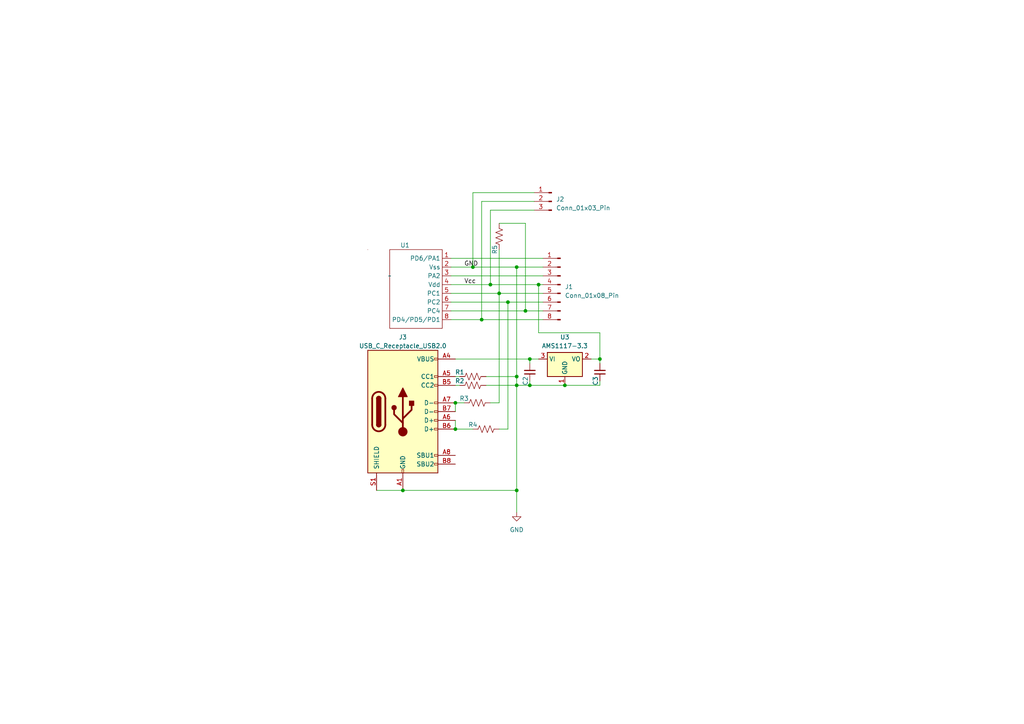
<source format=kicad_sch>
(kicad_sch
	(version 20250114)
	(generator "eeschema")
	(generator_version "9.0")
	(uuid "d897cf79-e29c-466d-a693-8e177c455c31")
	(paper "A4")
	(lib_symbols
		(symbol "Connector:Conn_01x03_Pin"
			(pin_names
				(offset 1.016)
				(hide yes)
			)
			(exclude_from_sim no)
			(in_bom yes)
			(on_board yes)
			(property "Reference" "J"
				(at 0 5.08 0)
				(effects
					(font
						(size 1.27 1.27)
					)
				)
			)
			(property "Value" "Conn_01x03_Pin"
				(at 0 -5.08 0)
				(effects
					(font
						(size 1.27 1.27)
					)
				)
			)
			(property "Footprint" ""
				(at 0 0 0)
				(effects
					(font
						(size 1.27 1.27)
					)
					(hide yes)
				)
			)
			(property "Datasheet" "~"
				(at 0 0 0)
				(effects
					(font
						(size 1.27 1.27)
					)
					(hide yes)
				)
			)
			(property "Description" "Generic connector, single row, 01x03, script generated"
				(at 0 0 0)
				(effects
					(font
						(size 1.27 1.27)
					)
					(hide yes)
				)
			)
			(property "ki_locked" ""
				(at 0 0 0)
				(effects
					(font
						(size 1.27 1.27)
					)
				)
			)
			(property "ki_keywords" "connector"
				(at 0 0 0)
				(effects
					(font
						(size 1.27 1.27)
					)
					(hide yes)
				)
			)
			(property "ki_fp_filters" "Connector*:*_1x??_*"
				(at 0 0 0)
				(effects
					(font
						(size 1.27 1.27)
					)
					(hide yes)
				)
			)
			(symbol "Conn_01x03_Pin_1_1"
				(rectangle
					(start 0.8636 2.667)
					(end 0 2.413)
					(stroke
						(width 0.1524)
						(type default)
					)
					(fill
						(type outline)
					)
				)
				(rectangle
					(start 0.8636 0.127)
					(end 0 -0.127)
					(stroke
						(width 0.1524)
						(type default)
					)
					(fill
						(type outline)
					)
				)
				(rectangle
					(start 0.8636 -2.413)
					(end 0 -2.667)
					(stroke
						(width 0.1524)
						(type default)
					)
					(fill
						(type outline)
					)
				)
				(polyline
					(pts
						(xy 1.27 2.54) (xy 0.8636 2.54)
					)
					(stroke
						(width 0.1524)
						(type default)
					)
					(fill
						(type none)
					)
				)
				(polyline
					(pts
						(xy 1.27 0) (xy 0.8636 0)
					)
					(stroke
						(width 0.1524)
						(type default)
					)
					(fill
						(type none)
					)
				)
				(polyline
					(pts
						(xy 1.27 -2.54) (xy 0.8636 -2.54)
					)
					(stroke
						(width 0.1524)
						(type default)
					)
					(fill
						(type none)
					)
				)
				(pin passive line
					(at 5.08 2.54 180)
					(length 3.81)
					(name "Pin_1"
						(effects
							(font
								(size 1.27 1.27)
							)
						)
					)
					(number "1"
						(effects
							(font
								(size 1.27 1.27)
							)
						)
					)
				)
				(pin passive line
					(at 5.08 0 180)
					(length 3.81)
					(name "Pin_2"
						(effects
							(font
								(size 1.27 1.27)
							)
						)
					)
					(number "2"
						(effects
							(font
								(size 1.27 1.27)
							)
						)
					)
				)
				(pin passive line
					(at 5.08 -2.54 180)
					(length 3.81)
					(name "Pin_3"
						(effects
							(font
								(size 1.27 1.27)
							)
						)
					)
					(number "3"
						(effects
							(font
								(size 1.27 1.27)
							)
						)
					)
				)
			)
			(embedded_fonts no)
		)
		(symbol "Connector:Conn_01x08_Pin"
			(pin_names
				(offset 1.016)
				(hide yes)
			)
			(exclude_from_sim no)
			(in_bom yes)
			(on_board yes)
			(property "Reference" "J"
				(at 0 10.16 0)
				(effects
					(font
						(size 1.27 1.27)
					)
				)
			)
			(property "Value" "Conn_01x08_Pin"
				(at 0 -12.7 0)
				(effects
					(font
						(size 1.27 1.27)
					)
				)
			)
			(property "Footprint" ""
				(at 0 0 0)
				(effects
					(font
						(size 1.27 1.27)
					)
					(hide yes)
				)
			)
			(property "Datasheet" "~"
				(at 0 0 0)
				(effects
					(font
						(size 1.27 1.27)
					)
					(hide yes)
				)
			)
			(property "Description" "Generic connector, single row, 01x08, script generated"
				(at 0 0 0)
				(effects
					(font
						(size 1.27 1.27)
					)
					(hide yes)
				)
			)
			(property "ki_locked" ""
				(at 0 0 0)
				(effects
					(font
						(size 1.27 1.27)
					)
				)
			)
			(property "ki_keywords" "connector"
				(at 0 0 0)
				(effects
					(font
						(size 1.27 1.27)
					)
					(hide yes)
				)
			)
			(property "ki_fp_filters" "Connector*:*_1x??_*"
				(at 0 0 0)
				(effects
					(font
						(size 1.27 1.27)
					)
					(hide yes)
				)
			)
			(symbol "Conn_01x08_Pin_1_1"
				(rectangle
					(start 0.8636 7.747)
					(end 0 7.493)
					(stroke
						(width 0.1524)
						(type default)
					)
					(fill
						(type outline)
					)
				)
				(rectangle
					(start 0.8636 5.207)
					(end 0 4.953)
					(stroke
						(width 0.1524)
						(type default)
					)
					(fill
						(type outline)
					)
				)
				(rectangle
					(start 0.8636 2.667)
					(end 0 2.413)
					(stroke
						(width 0.1524)
						(type default)
					)
					(fill
						(type outline)
					)
				)
				(rectangle
					(start 0.8636 0.127)
					(end 0 -0.127)
					(stroke
						(width 0.1524)
						(type default)
					)
					(fill
						(type outline)
					)
				)
				(rectangle
					(start 0.8636 -2.413)
					(end 0 -2.667)
					(stroke
						(width 0.1524)
						(type default)
					)
					(fill
						(type outline)
					)
				)
				(rectangle
					(start 0.8636 -4.953)
					(end 0 -5.207)
					(stroke
						(width 0.1524)
						(type default)
					)
					(fill
						(type outline)
					)
				)
				(rectangle
					(start 0.8636 -7.493)
					(end 0 -7.747)
					(stroke
						(width 0.1524)
						(type default)
					)
					(fill
						(type outline)
					)
				)
				(rectangle
					(start 0.8636 -10.033)
					(end 0 -10.287)
					(stroke
						(width 0.1524)
						(type default)
					)
					(fill
						(type outline)
					)
				)
				(polyline
					(pts
						(xy 1.27 7.62) (xy 0.8636 7.62)
					)
					(stroke
						(width 0.1524)
						(type default)
					)
					(fill
						(type none)
					)
				)
				(polyline
					(pts
						(xy 1.27 5.08) (xy 0.8636 5.08)
					)
					(stroke
						(width 0.1524)
						(type default)
					)
					(fill
						(type none)
					)
				)
				(polyline
					(pts
						(xy 1.27 2.54) (xy 0.8636 2.54)
					)
					(stroke
						(width 0.1524)
						(type default)
					)
					(fill
						(type none)
					)
				)
				(polyline
					(pts
						(xy 1.27 0) (xy 0.8636 0)
					)
					(stroke
						(width 0.1524)
						(type default)
					)
					(fill
						(type none)
					)
				)
				(polyline
					(pts
						(xy 1.27 -2.54) (xy 0.8636 -2.54)
					)
					(stroke
						(width 0.1524)
						(type default)
					)
					(fill
						(type none)
					)
				)
				(polyline
					(pts
						(xy 1.27 -5.08) (xy 0.8636 -5.08)
					)
					(stroke
						(width 0.1524)
						(type default)
					)
					(fill
						(type none)
					)
				)
				(polyline
					(pts
						(xy 1.27 -7.62) (xy 0.8636 -7.62)
					)
					(stroke
						(width 0.1524)
						(type default)
					)
					(fill
						(type none)
					)
				)
				(polyline
					(pts
						(xy 1.27 -10.16) (xy 0.8636 -10.16)
					)
					(stroke
						(width 0.1524)
						(type default)
					)
					(fill
						(type none)
					)
				)
				(pin passive line
					(at 5.08 7.62 180)
					(length 3.81)
					(name "Pin_1"
						(effects
							(font
								(size 1.27 1.27)
							)
						)
					)
					(number "1"
						(effects
							(font
								(size 1.27 1.27)
							)
						)
					)
				)
				(pin passive line
					(at 5.08 5.08 180)
					(length 3.81)
					(name "Pin_2"
						(effects
							(font
								(size 1.27 1.27)
							)
						)
					)
					(number "2"
						(effects
							(font
								(size 1.27 1.27)
							)
						)
					)
				)
				(pin passive line
					(at 5.08 2.54 180)
					(length 3.81)
					(name "Pin_3"
						(effects
							(font
								(size 1.27 1.27)
							)
						)
					)
					(number "3"
						(effects
							(font
								(size 1.27 1.27)
							)
						)
					)
				)
				(pin passive line
					(at 5.08 0 180)
					(length 3.81)
					(name "Pin_4"
						(effects
							(font
								(size 1.27 1.27)
							)
						)
					)
					(number "4"
						(effects
							(font
								(size 1.27 1.27)
							)
						)
					)
				)
				(pin passive line
					(at 5.08 -2.54 180)
					(length 3.81)
					(name "Pin_5"
						(effects
							(font
								(size 1.27 1.27)
							)
						)
					)
					(number "5"
						(effects
							(font
								(size 1.27 1.27)
							)
						)
					)
				)
				(pin passive line
					(at 5.08 -5.08 180)
					(length 3.81)
					(name "Pin_6"
						(effects
							(font
								(size 1.27 1.27)
							)
						)
					)
					(number "6"
						(effects
							(font
								(size 1.27 1.27)
							)
						)
					)
				)
				(pin passive line
					(at 5.08 -7.62 180)
					(length 3.81)
					(name "Pin_7"
						(effects
							(font
								(size 1.27 1.27)
							)
						)
					)
					(number "7"
						(effects
							(font
								(size 1.27 1.27)
							)
						)
					)
				)
				(pin passive line
					(at 5.08 -10.16 180)
					(length 3.81)
					(name "Pin_8"
						(effects
							(font
								(size 1.27 1.27)
							)
						)
					)
					(number "8"
						(effects
							(font
								(size 1.27 1.27)
							)
						)
					)
				)
			)
			(embedded_fonts no)
		)
		(symbol "Connector:USB_C_Receptacle_USB2.0"
			(pin_names
				(offset 1.016)
			)
			(exclude_from_sim no)
			(in_bom yes)
			(on_board yes)
			(property "Reference" "J"
				(at -10.16 19.05 0)
				(effects
					(font
						(size 1.27 1.27)
					)
					(justify left)
				)
			)
			(property "Value" "USB_C_Receptacle_USB2.0"
				(at 19.05 19.05 0)
				(effects
					(font
						(size 1.27 1.27)
					)
					(justify right)
				)
			)
			(property "Footprint" ""
				(at 3.81 0 0)
				(effects
					(font
						(size 1.27 1.27)
					)
					(hide yes)
				)
			)
			(property "Datasheet" "https://www.usb.org/sites/default/files/documents/usb_type-c.zip"
				(at 3.81 0 0)
				(effects
					(font
						(size 1.27 1.27)
					)
					(hide yes)
				)
			)
			(property "Description" "USB 2.0-only Type-C Receptacle connector"
				(at 0 0 0)
				(effects
					(font
						(size 1.27 1.27)
					)
					(hide yes)
				)
			)
			(property "ki_keywords" "usb universal serial bus type-C USB2.0"
				(at 0 0 0)
				(effects
					(font
						(size 1.27 1.27)
					)
					(hide yes)
				)
			)
			(property "ki_fp_filters" "USB*C*Receptacle*"
				(at 0 0 0)
				(effects
					(font
						(size 1.27 1.27)
					)
					(hide yes)
				)
			)
			(symbol "USB_C_Receptacle_USB2.0_0_0"
				(rectangle
					(start -0.254 -17.78)
					(end 0.254 -16.764)
					(stroke
						(width 0)
						(type default)
					)
					(fill
						(type none)
					)
				)
				(rectangle
					(start 10.16 15.494)
					(end 9.144 14.986)
					(stroke
						(width 0)
						(type default)
					)
					(fill
						(type none)
					)
				)
				(rectangle
					(start 10.16 10.414)
					(end 9.144 9.906)
					(stroke
						(width 0)
						(type default)
					)
					(fill
						(type none)
					)
				)
				(rectangle
					(start 10.16 7.874)
					(end 9.144 7.366)
					(stroke
						(width 0)
						(type default)
					)
					(fill
						(type none)
					)
				)
				(rectangle
					(start 10.16 2.794)
					(end 9.144 2.286)
					(stroke
						(width 0)
						(type default)
					)
					(fill
						(type none)
					)
				)
				(rectangle
					(start 10.16 0.254)
					(end 9.144 -0.254)
					(stroke
						(width 0)
						(type default)
					)
					(fill
						(type none)
					)
				)
				(rectangle
					(start 10.16 -2.286)
					(end 9.144 -2.794)
					(stroke
						(width 0)
						(type default)
					)
					(fill
						(type none)
					)
				)
				(rectangle
					(start 10.16 -4.826)
					(end 9.144 -5.334)
					(stroke
						(width 0)
						(type default)
					)
					(fill
						(type none)
					)
				)
				(rectangle
					(start 10.16 -12.446)
					(end 9.144 -12.954)
					(stroke
						(width 0)
						(type default)
					)
					(fill
						(type none)
					)
				)
				(rectangle
					(start 10.16 -14.986)
					(end 9.144 -15.494)
					(stroke
						(width 0)
						(type default)
					)
					(fill
						(type none)
					)
				)
			)
			(symbol "USB_C_Receptacle_USB2.0_0_1"
				(rectangle
					(start -10.16 17.78)
					(end 10.16 -17.78)
					(stroke
						(width 0.254)
						(type default)
					)
					(fill
						(type background)
					)
				)
				(polyline
					(pts
						(xy -8.89 -3.81) (xy -8.89 3.81)
					)
					(stroke
						(width 0.508)
						(type default)
					)
					(fill
						(type none)
					)
				)
				(rectangle
					(start -7.62 -3.81)
					(end -6.35 3.81)
					(stroke
						(width 0.254)
						(type default)
					)
					(fill
						(type outline)
					)
				)
				(arc
					(start -7.62 3.81)
					(mid -6.985 4.4423)
					(end -6.35 3.81)
					(stroke
						(width 0.254)
						(type default)
					)
					(fill
						(type none)
					)
				)
				(arc
					(start -7.62 3.81)
					(mid -6.985 4.4423)
					(end -6.35 3.81)
					(stroke
						(width 0.254)
						(type default)
					)
					(fill
						(type outline)
					)
				)
				(arc
					(start -8.89 3.81)
					(mid -6.985 5.7067)
					(end -5.08 3.81)
					(stroke
						(width 0.508)
						(type default)
					)
					(fill
						(type none)
					)
				)
				(arc
					(start -5.08 -3.81)
					(mid -6.985 -5.7067)
					(end -8.89 -3.81)
					(stroke
						(width 0.508)
						(type default)
					)
					(fill
						(type none)
					)
				)
				(arc
					(start -6.35 -3.81)
					(mid -6.985 -4.4423)
					(end -7.62 -3.81)
					(stroke
						(width 0.254)
						(type default)
					)
					(fill
						(type none)
					)
				)
				(arc
					(start -6.35 -3.81)
					(mid -6.985 -4.4423)
					(end -7.62 -3.81)
					(stroke
						(width 0.254)
						(type default)
					)
					(fill
						(type outline)
					)
				)
				(polyline
					(pts
						(xy -5.08 3.81) (xy -5.08 -3.81)
					)
					(stroke
						(width 0.508)
						(type default)
					)
					(fill
						(type none)
					)
				)
				(circle
					(center -2.54 1.143)
					(radius 0.635)
					(stroke
						(width 0.254)
						(type default)
					)
					(fill
						(type outline)
					)
				)
				(polyline
					(pts
						(xy -1.27 4.318) (xy 0 6.858) (xy 1.27 4.318) (xy -1.27 4.318)
					)
					(stroke
						(width 0.254)
						(type default)
					)
					(fill
						(type outline)
					)
				)
				(polyline
					(pts
						(xy 0 -2.032) (xy 2.54 0.508) (xy 2.54 1.778)
					)
					(stroke
						(width 0.508)
						(type default)
					)
					(fill
						(type none)
					)
				)
				(polyline
					(pts
						(xy 0 -3.302) (xy -2.54 -0.762) (xy -2.54 0.508)
					)
					(stroke
						(width 0.508)
						(type default)
					)
					(fill
						(type none)
					)
				)
				(polyline
					(pts
						(xy 0 -5.842) (xy 0 4.318)
					)
					(stroke
						(width 0.508)
						(type default)
					)
					(fill
						(type none)
					)
				)
				(circle
					(center 0 -5.842)
					(radius 1.27)
					(stroke
						(width 0)
						(type default)
					)
					(fill
						(type outline)
					)
				)
				(rectangle
					(start 1.905 1.778)
					(end 3.175 3.048)
					(stroke
						(width 0.254)
						(type default)
					)
					(fill
						(type outline)
					)
				)
			)
			(symbol "USB_C_Receptacle_USB2.0_1_1"
				(pin passive line
					(at -7.62 -22.86 90)
					(length 5.08)
					(name "SHIELD"
						(effects
							(font
								(size 1.27 1.27)
							)
						)
					)
					(number "S1"
						(effects
							(font
								(size 1.27 1.27)
							)
						)
					)
				)
				(pin passive line
					(at 0 -22.86 90)
					(length 5.08)
					(name "GND"
						(effects
							(font
								(size 1.27 1.27)
							)
						)
					)
					(number "A1"
						(effects
							(font
								(size 1.27 1.27)
							)
						)
					)
				)
				(pin passive line
					(at 0 -22.86 90)
					(length 5.08)
					(hide yes)
					(name "GND"
						(effects
							(font
								(size 1.27 1.27)
							)
						)
					)
					(number "A12"
						(effects
							(font
								(size 1.27 1.27)
							)
						)
					)
				)
				(pin passive line
					(at 0 -22.86 90)
					(length 5.08)
					(hide yes)
					(name "GND"
						(effects
							(font
								(size 1.27 1.27)
							)
						)
					)
					(number "B1"
						(effects
							(font
								(size 1.27 1.27)
							)
						)
					)
				)
				(pin passive line
					(at 0 -22.86 90)
					(length 5.08)
					(hide yes)
					(name "GND"
						(effects
							(font
								(size 1.27 1.27)
							)
						)
					)
					(number "B12"
						(effects
							(font
								(size 1.27 1.27)
							)
						)
					)
				)
				(pin passive line
					(at 15.24 15.24 180)
					(length 5.08)
					(name "VBUS"
						(effects
							(font
								(size 1.27 1.27)
							)
						)
					)
					(number "A4"
						(effects
							(font
								(size 1.27 1.27)
							)
						)
					)
				)
				(pin passive line
					(at 15.24 15.24 180)
					(length 5.08)
					(hide yes)
					(name "VBUS"
						(effects
							(font
								(size 1.27 1.27)
							)
						)
					)
					(number "A9"
						(effects
							(font
								(size 1.27 1.27)
							)
						)
					)
				)
				(pin passive line
					(at 15.24 15.24 180)
					(length 5.08)
					(hide yes)
					(name "VBUS"
						(effects
							(font
								(size 1.27 1.27)
							)
						)
					)
					(number "B4"
						(effects
							(font
								(size 1.27 1.27)
							)
						)
					)
				)
				(pin passive line
					(at 15.24 15.24 180)
					(length 5.08)
					(hide yes)
					(name "VBUS"
						(effects
							(font
								(size 1.27 1.27)
							)
						)
					)
					(number "B9"
						(effects
							(font
								(size 1.27 1.27)
							)
						)
					)
				)
				(pin bidirectional line
					(at 15.24 10.16 180)
					(length 5.08)
					(name "CC1"
						(effects
							(font
								(size 1.27 1.27)
							)
						)
					)
					(number "A5"
						(effects
							(font
								(size 1.27 1.27)
							)
						)
					)
				)
				(pin bidirectional line
					(at 15.24 7.62 180)
					(length 5.08)
					(name "CC2"
						(effects
							(font
								(size 1.27 1.27)
							)
						)
					)
					(number "B5"
						(effects
							(font
								(size 1.27 1.27)
							)
						)
					)
				)
				(pin bidirectional line
					(at 15.24 2.54 180)
					(length 5.08)
					(name "D-"
						(effects
							(font
								(size 1.27 1.27)
							)
						)
					)
					(number "A7"
						(effects
							(font
								(size 1.27 1.27)
							)
						)
					)
				)
				(pin bidirectional line
					(at 15.24 0 180)
					(length 5.08)
					(name "D-"
						(effects
							(font
								(size 1.27 1.27)
							)
						)
					)
					(number "B7"
						(effects
							(font
								(size 1.27 1.27)
							)
						)
					)
				)
				(pin bidirectional line
					(at 15.24 -2.54 180)
					(length 5.08)
					(name "D+"
						(effects
							(font
								(size 1.27 1.27)
							)
						)
					)
					(number "A6"
						(effects
							(font
								(size 1.27 1.27)
							)
						)
					)
				)
				(pin bidirectional line
					(at 15.24 -5.08 180)
					(length 5.08)
					(name "D+"
						(effects
							(font
								(size 1.27 1.27)
							)
						)
					)
					(number "B6"
						(effects
							(font
								(size 1.27 1.27)
							)
						)
					)
				)
				(pin bidirectional line
					(at 15.24 -12.7 180)
					(length 5.08)
					(name "SBU1"
						(effects
							(font
								(size 1.27 1.27)
							)
						)
					)
					(number "A8"
						(effects
							(font
								(size 1.27 1.27)
							)
						)
					)
				)
				(pin bidirectional line
					(at 15.24 -15.24 180)
					(length 5.08)
					(name "SBU2"
						(effects
							(font
								(size 1.27 1.27)
							)
						)
					)
					(number "B8"
						(effects
							(font
								(size 1.27 1.27)
							)
						)
					)
				)
			)
			(embedded_fonts no)
		)
		(symbol "Device:C_Small"
			(pin_numbers
				(hide yes)
			)
			(pin_names
				(offset 0.254)
				(hide yes)
			)
			(exclude_from_sim no)
			(in_bom yes)
			(on_board yes)
			(property "Reference" "C"
				(at 0.254 1.778 0)
				(effects
					(font
						(size 1.27 1.27)
					)
					(justify left)
				)
			)
			(property "Value" "C_Small"
				(at 0.254 -2.032 0)
				(effects
					(font
						(size 1.27 1.27)
					)
					(justify left)
				)
			)
			(property "Footprint" ""
				(at 0 0 0)
				(effects
					(font
						(size 1.27 1.27)
					)
					(hide yes)
				)
			)
			(property "Datasheet" "~"
				(at 0 0 0)
				(effects
					(font
						(size 1.27 1.27)
					)
					(hide yes)
				)
			)
			(property "Description" "Unpolarized capacitor, small symbol"
				(at 0 0 0)
				(effects
					(font
						(size 1.27 1.27)
					)
					(hide yes)
				)
			)
			(property "ki_keywords" "capacitor cap"
				(at 0 0 0)
				(effects
					(font
						(size 1.27 1.27)
					)
					(hide yes)
				)
			)
			(property "ki_fp_filters" "C_*"
				(at 0 0 0)
				(effects
					(font
						(size 1.27 1.27)
					)
					(hide yes)
				)
			)
			(symbol "C_Small_0_1"
				(polyline
					(pts
						(xy -1.524 0.508) (xy 1.524 0.508)
					)
					(stroke
						(width 0.3048)
						(type default)
					)
					(fill
						(type none)
					)
				)
				(polyline
					(pts
						(xy -1.524 -0.508) (xy 1.524 -0.508)
					)
					(stroke
						(width 0.3302)
						(type default)
					)
					(fill
						(type none)
					)
				)
			)
			(symbol "C_Small_1_1"
				(pin passive line
					(at 0 2.54 270)
					(length 2.032)
					(name "~"
						(effects
							(font
								(size 1.27 1.27)
							)
						)
					)
					(number "1"
						(effects
							(font
								(size 1.27 1.27)
							)
						)
					)
				)
				(pin passive line
					(at 0 -2.54 90)
					(length 2.032)
					(name "~"
						(effects
							(font
								(size 1.27 1.27)
							)
						)
					)
					(number "2"
						(effects
							(font
								(size 1.27 1.27)
							)
						)
					)
				)
			)
			(embedded_fonts no)
		)
		(symbol "Device:R_US"
			(pin_numbers
				(hide yes)
			)
			(pin_names
				(offset 0)
			)
			(exclude_from_sim no)
			(in_bom yes)
			(on_board yes)
			(property "Reference" "R"
				(at 2.54 0 90)
				(effects
					(font
						(size 1.27 1.27)
					)
				)
			)
			(property "Value" "R_US"
				(at -2.54 0 90)
				(effects
					(font
						(size 1.27 1.27)
					)
				)
			)
			(property "Footprint" ""
				(at 1.016 -0.254 90)
				(effects
					(font
						(size 1.27 1.27)
					)
					(hide yes)
				)
			)
			(property "Datasheet" "~"
				(at 0 0 0)
				(effects
					(font
						(size 1.27 1.27)
					)
					(hide yes)
				)
			)
			(property "Description" "Resistor, US symbol"
				(at 0 0 0)
				(effects
					(font
						(size 1.27 1.27)
					)
					(hide yes)
				)
			)
			(property "ki_keywords" "R res resistor"
				(at 0 0 0)
				(effects
					(font
						(size 1.27 1.27)
					)
					(hide yes)
				)
			)
			(property "ki_fp_filters" "R_*"
				(at 0 0 0)
				(effects
					(font
						(size 1.27 1.27)
					)
					(hide yes)
				)
			)
			(symbol "R_US_0_1"
				(polyline
					(pts
						(xy 0 2.286) (xy 0 2.54)
					)
					(stroke
						(width 0)
						(type default)
					)
					(fill
						(type none)
					)
				)
				(polyline
					(pts
						(xy 0 2.286) (xy 1.016 1.905) (xy 0 1.524) (xy -1.016 1.143) (xy 0 0.762)
					)
					(stroke
						(width 0)
						(type default)
					)
					(fill
						(type none)
					)
				)
				(polyline
					(pts
						(xy 0 0.762) (xy 1.016 0.381) (xy 0 0) (xy -1.016 -0.381) (xy 0 -0.762)
					)
					(stroke
						(width 0)
						(type default)
					)
					(fill
						(type none)
					)
				)
				(polyline
					(pts
						(xy 0 -0.762) (xy 1.016 -1.143) (xy 0 -1.524) (xy -1.016 -1.905) (xy 0 -2.286)
					)
					(stroke
						(width 0)
						(type default)
					)
					(fill
						(type none)
					)
				)
				(polyline
					(pts
						(xy 0 -2.286) (xy 0 -2.54)
					)
					(stroke
						(width 0)
						(type default)
					)
					(fill
						(type none)
					)
				)
			)
			(symbol "R_US_1_1"
				(pin passive line
					(at 0 3.81 270)
					(length 1.27)
					(name "~"
						(effects
							(font
								(size 1.27 1.27)
							)
						)
					)
					(number "1"
						(effects
							(font
								(size 1.27 1.27)
							)
						)
					)
				)
				(pin passive line
					(at 0 -3.81 90)
					(length 1.27)
					(name "~"
						(effects
							(font
								(size 1.27 1.27)
							)
						)
					)
					(number "2"
						(effects
							(font
								(size 1.27 1.27)
							)
						)
					)
				)
			)
			(embedded_fonts no)
		)
		(symbol "Regulator_Linear:AMS1117-3.3"
			(exclude_from_sim no)
			(in_bom yes)
			(on_board yes)
			(property "Reference" "U"
				(at -3.81 3.175 0)
				(effects
					(font
						(size 1.27 1.27)
					)
				)
			)
			(property "Value" "AMS1117-3.3"
				(at 0 3.175 0)
				(effects
					(font
						(size 1.27 1.27)
					)
					(justify left)
				)
			)
			(property "Footprint" "Package_TO_SOT_SMD:SOT-223-3_TabPin2"
				(at 0 5.08 0)
				(effects
					(font
						(size 1.27 1.27)
					)
					(hide yes)
				)
			)
			(property "Datasheet" "http://www.advanced-monolithic.com/pdf/ds1117.pdf"
				(at 2.54 -6.35 0)
				(effects
					(font
						(size 1.27 1.27)
					)
					(hide yes)
				)
			)
			(property "Description" "1A Low Dropout regulator, positive, 3.3V fixed output, SOT-223"
				(at 0 0 0)
				(effects
					(font
						(size 1.27 1.27)
					)
					(hide yes)
				)
			)
			(property "ki_keywords" "linear regulator ldo fixed positive"
				(at 0 0 0)
				(effects
					(font
						(size 1.27 1.27)
					)
					(hide yes)
				)
			)
			(property "ki_fp_filters" "SOT?223*TabPin2*"
				(at 0 0 0)
				(effects
					(font
						(size 1.27 1.27)
					)
					(hide yes)
				)
			)
			(symbol "AMS1117-3.3_0_1"
				(rectangle
					(start -5.08 -5.08)
					(end 5.08 1.905)
					(stroke
						(width 0.254)
						(type default)
					)
					(fill
						(type background)
					)
				)
			)
			(symbol "AMS1117-3.3_1_1"
				(pin power_in line
					(at -7.62 0 0)
					(length 2.54)
					(name "VI"
						(effects
							(font
								(size 1.27 1.27)
							)
						)
					)
					(number "3"
						(effects
							(font
								(size 1.27 1.27)
							)
						)
					)
				)
				(pin power_in line
					(at 0 -7.62 90)
					(length 2.54)
					(name "GND"
						(effects
							(font
								(size 1.27 1.27)
							)
						)
					)
					(number "1"
						(effects
							(font
								(size 1.27 1.27)
							)
						)
					)
				)
				(pin power_out line
					(at 7.62 0 180)
					(length 2.54)
					(name "VO"
						(effects
							(font
								(size 1.27 1.27)
							)
						)
					)
					(number "2"
						(effects
							(font
								(size 1.27 1.27)
							)
						)
					)
				)
			)
			(embedded_fonts no)
		)
		(symbol "WCH_Library:CH32V003J4M6"
			(exclude_from_sim no)
			(in_bom yes)
			(on_board yes)
			(property "Reference" "U"
				(at 8.89 8.89 0)
				(effects
					(font
						(size 1.27 1.27)
					)
				)
			)
			(property "Value" ""
				(at 0 0 0)
				(effects
					(font
						(size 1.27 1.27)
					)
				)
			)
			(property "Footprint" "Package_SO:SO-8_3.9x4.9mm_P1.27mm"
				(at 3.81 13.97 0)
				(effects
					(font
						(size 1.27 1.27)
					)
					(hide yes)
				)
			)
			(property "Datasheet" ""
				(at 0 0 0)
				(effects
					(font
						(size 1.27 1.27)
					)
					(hide yes)
				)
			)
			(property "Description" ""
				(at 0 0 0)
				(effects
					(font
						(size 1.27 1.27)
					)
					(hide yes)
				)
			)
			(symbol "CH32V003J4M6_0_1"
				(rectangle
					(start -6.35 7.62)
					(end -6.35 7.62)
					(stroke
						(width 0)
						(type default)
					)
					(fill
						(type none)
					)
				)
				(rectangle
					(start 0 7.62)
					(end 15.24 -15.24)
					(stroke
						(width 0)
						(type default)
					)
					(fill
						(type none)
					)
				)
			)
			(symbol "CH32V003J4M6_1_1"
				(pin bidirectional line
					(at 17.78 5.08 180)
					(length 2.54)
					(name "PD6/PA1"
						(effects
							(font
								(size 1.27 1.27)
							)
						)
					)
					(number "1"
						(effects
							(font
								(size 1.27 1.27)
							)
						)
					)
				)
				(pin power_in line
					(at 17.78 2.54 180)
					(length 2.54)
					(name "Vss"
						(effects
							(font
								(size 1.27 1.27)
							)
						)
					)
					(number "2"
						(effects
							(font
								(size 1.27 1.27)
							)
						)
					)
				)
				(pin bidirectional line
					(at 17.78 0 180)
					(length 2.54)
					(name "PA2"
						(effects
							(font
								(size 1.27 1.27)
							)
						)
					)
					(number "3"
						(effects
							(font
								(size 1.27 1.27)
							)
						)
					)
				)
				(pin power_in line
					(at 17.78 -2.54 180)
					(length 2.54)
					(name "Vdd"
						(effects
							(font
								(size 1.27 1.27)
							)
						)
					)
					(number "4"
						(effects
							(font
								(size 1.27 1.27)
							)
						)
					)
				)
				(pin bidirectional line
					(at 17.78 -5.08 180)
					(length 2.54)
					(name "PC1"
						(effects
							(font
								(size 1.27 1.27)
							)
						)
					)
					(number "5"
						(effects
							(font
								(size 1.27 1.27)
							)
						)
					)
				)
				(pin bidirectional line
					(at 17.78 -7.62 180)
					(length 2.54)
					(name "PC2"
						(effects
							(font
								(size 1.27 1.27)
							)
						)
					)
					(number "6"
						(effects
							(font
								(size 1.27 1.27)
							)
						)
					)
				)
				(pin bidirectional line
					(at 17.78 -10.16 180)
					(length 2.54)
					(name "PC4"
						(effects
							(font
								(size 1.27 1.27)
							)
						)
					)
					(number "7"
						(effects
							(font
								(size 1.27 1.27)
							)
						)
					)
				)
				(pin bidirectional line
					(at 17.78 -12.7 180)
					(length 2.54)
					(name "PD4/PD5/PD1"
						(effects
							(font
								(size 1.27 1.27)
							)
						)
					)
					(number "8"
						(effects
							(font
								(size 1.27 1.27)
							)
						)
					)
				)
			)
			(embedded_fonts no)
		)
		(symbol "power:GND"
			(power)
			(pin_names
				(offset 0)
			)
			(exclude_from_sim no)
			(in_bom yes)
			(on_board yes)
			(property "Reference" "#PWR"
				(at 0 -6.35 0)
				(effects
					(font
						(size 1.27 1.27)
					)
					(hide yes)
				)
			)
			(property "Value" "GND"
				(at 0 -3.81 0)
				(effects
					(font
						(size 1.27 1.27)
					)
				)
			)
			(property "Footprint" ""
				(at 0 0 0)
				(effects
					(font
						(size 1.27 1.27)
					)
					(hide yes)
				)
			)
			(property "Datasheet" ""
				(at 0 0 0)
				(effects
					(font
						(size 1.27 1.27)
					)
					(hide yes)
				)
			)
			(property "Description" "Power symbol creates a global label with name \"GND\" , ground"
				(at 0 0 0)
				(effects
					(font
						(size 1.27 1.27)
					)
					(hide yes)
				)
			)
			(property "ki_keywords" "global power"
				(at 0 0 0)
				(effects
					(font
						(size 1.27 1.27)
					)
					(hide yes)
				)
			)
			(symbol "GND_0_1"
				(polyline
					(pts
						(xy 0 0) (xy 0 -1.27) (xy 1.27 -1.27) (xy 0 -2.54) (xy -1.27 -1.27) (xy 0 -1.27)
					)
					(stroke
						(width 0)
						(type default)
					)
					(fill
						(type none)
					)
				)
			)
			(symbol "GND_1_1"
				(pin power_in line
					(at 0 0 270)
					(length 0)
					(hide yes)
					(name "GND"
						(effects
							(font
								(size 1.27 1.27)
							)
						)
					)
					(number "1"
						(effects
							(font
								(size 1.27 1.27)
							)
						)
					)
				)
			)
			(embedded_fonts no)
		)
	)
	(junction
		(at 142.24 82.55)
		(diameter 0)
		(color 0 0 0 0)
		(uuid "0ca7adaa-3455-4054-b88f-d827531a1ae7")
	)
	(junction
		(at 153.67 111.76)
		(diameter 0)
		(color 0 0 0 0)
		(uuid "0f0aee1e-0370-48b9-b118-6a838e251577")
	)
	(junction
		(at 132.08 124.46)
		(diameter 0)
		(color 0 0 0 0)
		(uuid "139e1381-233c-4e1f-9a47-a2749126eed7")
	)
	(junction
		(at 156.21 82.55)
		(diameter 0)
		(color 0 0 0 0)
		(uuid "382e292d-308b-4699-9ad9-f3cb09524a8d")
	)
	(junction
		(at 132.08 116.84)
		(diameter 0)
		(color 0 0 0 0)
		(uuid "4d96e3b7-7358-4ddd-aa72-77ab92e94d5e")
	)
	(junction
		(at 116.84 142.24)
		(diameter 0)
		(color 0 0 0 0)
		(uuid "7d0e3280-35e5-48ac-8a74-5bc2bfb30e71")
	)
	(junction
		(at 163.83 111.76)
		(diameter 0)
		(color 0 0 0 0)
		(uuid "7f6274f3-dd34-43e4-8e81-f35bff2f50a0")
	)
	(junction
		(at 144.78 85.09)
		(diameter 0)
		(color 0 0 0 0)
		(uuid "828329c3-8b0f-492d-a186-9bbec4fd83f9")
	)
	(junction
		(at 149.86 77.47)
		(diameter 0)
		(color 0 0 0 0)
		(uuid "841c00b0-1bbd-45c5-8617-ed08393b4e92")
	)
	(junction
		(at 139.7 92.71)
		(diameter 0)
		(color 0 0 0 0)
		(uuid "9591b7ed-8a59-4c10-a791-67bc9cfbe7c9")
	)
	(junction
		(at 149.86 111.76)
		(diameter 0)
		(color 0 0 0 0)
		(uuid "9df47ede-c20c-47f3-84a8-92bb6bbdaf62")
	)
	(junction
		(at 137.16 77.47)
		(diameter 0)
		(color 0 0 0 0)
		(uuid "ac050f0a-8414-426b-b13e-c63042ea494a")
	)
	(junction
		(at 153.67 104.14)
		(diameter 0)
		(color 0 0 0 0)
		(uuid "b2d4264f-e660-48c8-ac69-9663c8336cf1")
	)
	(junction
		(at 152.4 90.17)
		(diameter 0)
		(color 0 0 0 0)
		(uuid "b6978960-65e0-47b0-ba4d-0c317fc6d452")
	)
	(junction
		(at 147.32 87.63)
		(diameter 0)
		(color 0 0 0 0)
		(uuid "c2f218aa-46a3-47f0-9cc2-35e45e823bf3")
	)
	(junction
		(at 149.86 142.24)
		(diameter 0)
		(color 0 0 0 0)
		(uuid "d6520381-7cfa-4e5c-bec5-46cb552a8168")
	)
	(junction
		(at 173.99 104.14)
		(diameter 0)
		(color 0 0 0 0)
		(uuid "ec86fac4-e54c-45b3-842a-febbed6a18ab")
	)
	(junction
		(at 149.86 109.22)
		(diameter 0)
		(color 0 0 0 0)
		(uuid "fb51aabf-3a16-4ea6-a08e-fe6d2aeeb183")
	)
	(wire
		(pts
			(xy 140.97 111.76) (xy 149.86 111.76)
		)
		(stroke
			(width 0)
			(type default)
		)
		(uuid "07c0f1a9-c668-4ae2-b9e3-68ee4f69d56a")
	)
	(wire
		(pts
			(xy 163.83 111.76) (xy 173.99 111.76)
		)
		(stroke
			(width 0)
			(type default)
		)
		(uuid "1f091cef-83eb-405e-8f3f-e8e5e3e6bd5a")
	)
	(wire
		(pts
			(xy 154.94 55.88) (xy 137.16 55.88)
		)
		(stroke
			(width 0)
			(type default)
		)
		(uuid "28c6ee27-5a78-4678-99cf-636cc32f1eaf")
	)
	(wire
		(pts
			(xy 152.4 64.77) (xy 152.4 90.17)
		)
		(stroke
			(width 0)
			(type default)
		)
		(uuid "2d1e70bf-ce49-4408-b633-ee2ecd3a73ce")
	)
	(wire
		(pts
			(xy 144.78 64.77) (xy 152.4 64.77)
		)
		(stroke
			(width 0)
			(type default)
		)
		(uuid "2d3317e9-380f-4ed9-8bc7-de9c0dd7243d")
	)
	(wire
		(pts
			(xy 130.81 74.93) (xy 157.48 74.93)
		)
		(stroke
			(width 0)
			(type default)
		)
		(uuid "34d42209-38ab-41c2-b237-5cc3cc4cb9e2")
	)
	(wire
		(pts
			(xy 149.86 109.22) (xy 149.86 111.76)
		)
		(stroke
			(width 0)
			(type default)
		)
		(uuid "35ab235d-d9c1-4aa9-97da-8ad859cb58dc")
	)
	(wire
		(pts
			(xy 132.08 116.84) (xy 134.62 116.84)
		)
		(stroke
			(width 0)
			(type default)
		)
		(uuid "39936eaa-c7f9-4fe0-b59d-28fa4a2f2a9c")
	)
	(wire
		(pts
			(xy 156.21 82.55) (xy 156.21 96.52)
		)
		(stroke
			(width 0)
			(type default)
		)
		(uuid "3d8e95cc-0b2f-47e2-9dc8-534a6084476b")
	)
	(wire
		(pts
			(xy 149.86 142.24) (xy 149.86 148.59)
		)
		(stroke
			(width 0)
			(type default)
		)
		(uuid "417e2845-8d42-4d28-af0d-52bd9f23f0ec")
	)
	(wire
		(pts
			(xy 153.67 111.76) (xy 163.83 111.76)
		)
		(stroke
			(width 0)
			(type default)
		)
		(uuid "446f8530-a3cd-43c8-9474-4a3a0f0acedd")
	)
	(wire
		(pts
			(xy 147.32 124.46) (xy 147.32 87.63)
		)
		(stroke
			(width 0)
			(type default)
		)
		(uuid "48901046-6aab-4865-bffc-9f284f3d8fc6")
	)
	(wire
		(pts
			(xy 130.81 80.01) (xy 157.48 80.01)
		)
		(stroke
			(width 0)
			(type default)
		)
		(uuid "497a8c5e-fa69-4af8-9f35-304ce9f592b3")
	)
	(wire
		(pts
			(xy 139.7 92.71) (xy 157.48 92.71)
		)
		(stroke
			(width 0)
			(type default)
		)
		(uuid "4b369d57-af80-4902-af22-78758c1d16bd")
	)
	(wire
		(pts
			(xy 130.81 77.47) (xy 137.16 77.47)
		)
		(stroke
			(width 0)
			(type default)
		)
		(uuid "4bfc23ba-e623-493b-84cb-0b9ceb4e3d7e")
	)
	(wire
		(pts
			(xy 132.08 121.92) (xy 132.08 124.46)
		)
		(stroke
			(width 0)
			(type default)
		)
		(uuid "4e734f57-88fd-4872-a7c2-c4d477f49c85")
	)
	(wire
		(pts
			(xy 140.97 109.22) (xy 149.86 109.22)
		)
		(stroke
			(width 0)
			(type default)
		)
		(uuid "525c9364-c67a-4d90-874b-6b5abb6e1e60")
	)
	(wire
		(pts
			(xy 142.24 82.55) (xy 142.24 60.96)
		)
		(stroke
			(width 0)
			(type default)
		)
		(uuid "60d23b30-c7d8-466a-a4c0-79be83792cba")
	)
	(wire
		(pts
			(xy 130.81 85.09) (xy 144.78 85.09)
		)
		(stroke
			(width 0)
			(type default)
		)
		(uuid "69cbf68b-f0db-497f-9f69-2e2ca42a1574")
	)
	(wire
		(pts
			(xy 173.99 110.49) (xy 173.99 111.76)
		)
		(stroke
			(width 0)
			(type default)
		)
		(uuid "6aba4fd5-87b9-4352-8f93-dc0d963852ca")
	)
	(wire
		(pts
			(xy 144.78 116.84) (xy 144.78 85.09)
		)
		(stroke
			(width 0)
			(type default)
		)
		(uuid "7444afef-b014-4789-a903-b68bda99b04f")
	)
	(wire
		(pts
			(xy 144.78 72.39) (xy 144.78 85.09)
		)
		(stroke
			(width 0)
			(type default)
		)
		(uuid "79fac3b3-9bfb-432d-bb3c-64028672b408")
	)
	(wire
		(pts
			(xy 142.24 60.96) (xy 154.94 60.96)
		)
		(stroke
			(width 0)
			(type default)
		)
		(uuid "7a219ef6-d771-45ba-bc70-92100e5e20ff")
	)
	(wire
		(pts
			(xy 130.81 92.71) (xy 139.7 92.71)
		)
		(stroke
			(width 0)
			(type default)
		)
		(uuid "7ca26396-ca53-45b4-9f79-5b6ca721f5bb")
	)
	(wire
		(pts
			(xy 116.84 142.24) (xy 149.86 142.24)
		)
		(stroke
			(width 0)
			(type default)
		)
		(uuid "7da8d220-f99f-41a3-895a-1175b6bbfef9")
	)
	(wire
		(pts
			(xy 132.08 109.22) (xy 133.35 109.22)
		)
		(stroke
			(width 0)
			(type default)
		)
		(uuid "8060c1d5-89cb-4ae2-84df-ccd9f7b3a2e1")
	)
	(wire
		(pts
			(xy 153.67 104.14) (xy 153.67 105.41)
		)
		(stroke
			(width 0)
			(type default)
		)
		(uuid "89eb836c-f7d9-43d5-9d5e-ffff7e3f8ae1")
	)
	(wire
		(pts
			(xy 130.81 87.63) (xy 147.32 87.63)
		)
		(stroke
			(width 0)
			(type default)
		)
		(uuid "8d609e14-973c-4816-bf43-c9c817af4474")
	)
	(wire
		(pts
			(xy 153.67 104.14) (xy 156.21 104.14)
		)
		(stroke
			(width 0)
			(type default)
		)
		(uuid "8d7a905b-7369-40e5-ae23-bb3d71deed8d")
	)
	(wire
		(pts
			(xy 173.99 104.14) (xy 173.99 105.41)
		)
		(stroke
			(width 0)
			(type default)
		)
		(uuid "8d96a2f6-5d2b-43fa-8d40-c131127804af")
	)
	(wire
		(pts
			(xy 142.24 116.84) (xy 144.78 116.84)
		)
		(stroke
			(width 0)
			(type default)
		)
		(uuid "907125e0-cad9-4b1d-96af-a6c700b8a665")
	)
	(wire
		(pts
			(xy 132.08 124.46) (xy 137.16 124.46)
		)
		(stroke
			(width 0)
			(type default)
		)
		(uuid "92d37cb6-bc3d-4d4c-a825-fd29b56afd83")
	)
	(wire
		(pts
			(xy 130.81 90.17) (xy 152.4 90.17)
		)
		(stroke
			(width 0)
			(type default)
		)
		(uuid "9e771337-0921-4a79-bb45-194a365304d3")
	)
	(wire
		(pts
			(xy 144.78 85.09) (xy 157.48 85.09)
		)
		(stroke
			(width 0)
			(type default)
		)
		(uuid "ae5c9ae3-a9d8-4e1f-be8a-5221c6ff1eb5")
	)
	(wire
		(pts
			(xy 144.78 124.46) (xy 147.32 124.46)
		)
		(stroke
			(width 0)
			(type default)
		)
		(uuid "ba4de360-524e-478e-9f8a-ae4bbee072d9")
	)
	(wire
		(pts
			(xy 149.86 77.47) (xy 149.86 109.22)
		)
		(stroke
			(width 0)
			(type default)
		)
		(uuid "bd97cab6-462e-4282-a2ee-251221ff6827")
	)
	(wire
		(pts
			(xy 132.08 104.14) (xy 153.67 104.14)
		)
		(stroke
			(width 0)
			(type default)
		)
		(uuid "be6ce9aa-eaf9-4c6a-885b-fc6422d4148c")
	)
	(wire
		(pts
			(xy 139.7 58.42) (xy 139.7 92.71)
		)
		(stroke
			(width 0)
			(type default)
		)
		(uuid "c64c29ad-6d2f-46b5-b1ea-06ee5ebb6290")
	)
	(wire
		(pts
			(xy 173.99 104.14) (xy 173.99 96.52)
		)
		(stroke
			(width 0)
			(type default)
		)
		(uuid "c67d0822-8549-4136-b34f-d7f1158869a7")
	)
	(wire
		(pts
			(xy 156.21 96.52) (xy 173.99 96.52)
		)
		(stroke
			(width 0)
			(type default)
		)
		(uuid "cab3f469-571b-487a-a5fa-7b71743271af")
	)
	(wire
		(pts
			(xy 153.67 110.49) (xy 153.67 111.76)
		)
		(stroke
			(width 0)
			(type default)
		)
		(uuid "d000a7ad-3094-4152-85b2-c61ec9675860")
	)
	(wire
		(pts
			(xy 152.4 90.17) (xy 157.48 90.17)
		)
		(stroke
			(width 0)
			(type default)
		)
		(uuid "d24a2b91-5315-4002-841c-f92f2fc996fc")
	)
	(wire
		(pts
			(xy 137.16 77.47) (xy 149.86 77.47)
		)
		(stroke
			(width 0)
			(type default)
		)
		(uuid "d41541a1-4075-4c27-a5d6-3be4da7f7bd0")
	)
	(wire
		(pts
			(xy 109.22 142.24) (xy 116.84 142.24)
		)
		(stroke
			(width 0)
			(type default)
		)
		(uuid "d9479d1b-1698-4c20-9253-f779d4cce62a")
	)
	(wire
		(pts
			(xy 149.86 111.76) (xy 153.67 111.76)
		)
		(stroke
			(width 0)
			(type default)
		)
		(uuid "dfaf35c6-ca5b-4b81-999c-4c520b66fa3d")
	)
	(wire
		(pts
			(xy 142.24 82.55) (xy 156.21 82.55)
		)
		(stroke
			(width 0)
			(type default)
		)
		(uuid "e197b30b-5fbb-465f-a14d-780d4d6103a9")
	)
	(wire
		(pts
			(xy 154.94 58.42) (xy 139.7 58.42)
		)
		(stroke
			(width 0)
			(type default)
		)
		(uuid "e8091c25-6970-490b-89b8-cf2b4e0efc2f")
	)
	(wire
		(pts
			(xy 132.08 111.76) (xy 133.35 111.76)
		)
		(stroke
			(width 0)
			(type default)
		)
		(uuid "f1e91e6f-c57b-4761-93dc-07478f6df656")
	)
	(wire
		(pts
			(xy 173.99 104.14) (xy 171.45 104.14)
		)
		(stroke
			(width 0)
			(type default)
		)
		(uuid "f2e6771e-70a6-4940-92af-ea96f72802d9")
	)
	(wire
		(pts
			(xy 149.86 77.47) (xy 157.48 77.47)
		)
		(stroke
			(width 0)
			(type default)
		)
		(uuid "f424fd55-075f-494f-973a-f43a811804ef")
	)
	(wire
		(pts
			(xy 137.16 55.88) (xy 137.16 77.47)
		)
		(stroke
			(width 0)
			(type default)
		)
		(uuid "f8bd6aab-537d-41f2-aedc-812eac49c97c")
	)
	(wire
		(pts
			(xy 130.81 82.55) (xy 142.24 82.55)
		)
		(stroke
			(width 0)
			(type default)
		)
		(uuid "f944f806-8331-4714-937d-cdc814314ca0")
	)
	(wire
		(pts
			(xy 147.32 87.63) (xy 157.48 87.63)
		)
		(stroke
			(width 0)
			(type default)
		)
		(uuid "fc5d4f64-d41f-4697-8f34-1a253e0a8332")
	)
	(wire
		(pts
			(xy 156.21 82.55) (xy 157.48 82.55)
		)
		(stroke
			(width 0)
			(type default)
		)
		(uuid "fca3084b-bc0a-4d7d-a82d-73a00c1c71d5")
	)
	(wire
		(pts
			(xy 149.86 111.76) (xy 149.86 142.24)
		)
		(stroke
			(width 0)
			(type default)
		)
		(uuid "fe0fe97b-4e39-42c2-97e6-80e5a5d318ea")
	)
	(wire
		(pts
			(xy 132.08 116.84) (xy 132.08 119.38)
		)
		(stroke
			(width 0)
			(type default)
		)
		(uuid "fffff9df-0aff-4df2-9d34-5741c67f8d51")
	)
	(label "Vcc"
		(at 134.62 82.55 0)
		(effects
			(font
				(size 1.27 1.27)
			)
			(justify left bottom)
		)
		(uuid "a177aa1e-594a-43ff-9819-e393240dcd2f")
	)
	(label "GND"
		(at 134.62 77.47 0)
		(effects
			(font
				(size 1.27 1.27)
			)
			(justify left bottom)
		)
		(uuid "d5fb7620-9b47-4cbc-b88b-94be35f2d385")
	)
	(symbol
		(lib_id "Device:C_Small")
		(at 153.67 107.95 180)
		(unit 1)
		(exclude_from_sim no)
		(in_bom yes)
		(on_board yes)
		(dnp no)
		(uuid "09d640e0-8b39-42fc-a866-cbbde3b0d642")
		(property "Reference" "C2"
			(at 152.4 110.49 90)
			(effects
				(font
					(size 1.27 1.27)
				)
			)
		)
		(property "Value" "C_Small"
			(at 151.13 107.9437 90)
			(effects
				(font
					(size 1.27 1.27)
				)
				(hide yes)
			)
		)
		(property "Footprint" "Capacitor_SMD:C_0603_1608Metric"
			(at 153.67 107.95 0)
			(effects
				(font
					(size 1.27 1.27)
				)
				(hide yes)
			)
		)
		(property "Datasheet" "~"
			(at 153.67 107.95 0)
			(effects
				(font
					(size 1.27 1.27)
				)
				(hide yes)
			)
		)
		(property "Description" ""
			(at 153.67 107.95 0)
			(effects
				(font
					(size 1.27 1.27)
				)
				(hide yes)
			)
		)
		(pin "1"
			(uuid "082c7c36-02aa-4d6c-9f80-31142c1b1e0a")
		)
		(pin "2"
			(uuid "d808cd87-05dc-4bfa-b6e3-86efd777133d")
		)
		(instances
			(project "CH32V003_8pin_USBC"
				(path "/d897cf79-e29c-466d-a693-8e177c455c31"
					(reference "C2")
					(unit 1)
				)
			)
		)
	)
	(symbol
		(lib_id "power:GND")
		(at 149.86 148.59 0)
		(unit 1)
		(exclude_from_sim no)
		(in_bom yes)
		(on_board yes)
		(dnp no)
		(fields_autoplaced yes)
		(uuid "1b3cf078-5887-44ff-a6d9-c58fd67e2ac1")
		(property "Reference" "#PWR01"
			(at 149.86 154.94 0)
			(effects
				(font
					(size 1.27 1.27)
				)
				(hide yes)
			)
		)
		(property "Value" "GND"
			(at 149.86 153.67 0)
			(effects
				(font
					(size 1.27 1.27)
				)
			)
		)
		(property "Footprint" ""
			(at 149.86 148.59 0)
			(effects
				(font
					(size 1.27 1.27)
				)
				(hide yes)
			)
		)
		(property "Datasheet" ""
			(at 149.86 148.59 0)
			(effects
				(font
					(size 1.27 1.27)
				)
				(hide yes)
			)
		)
		(property "Description" ""
			(at 149.86 148.59 0)
			(effects
				(font
					(size 1.27 1.27)
				)
				(hide yes)
			)
		)
		(pin "1"
			(uuid "eb2fd50d-6079-4821-9fba-758bada2e53e")
		)
		(instances
			(project "CH32V003_8pin_USBC"
				(path "/d897cf79-e29c-466d-a693-8e177c455c31"
					(reference "#PWR01")
					(unit 1)
				)
			)
		)
	)
	(symbol
		(lib_id "Device:R_US")
		(at 140.97 124.46 90)
		(unit 1)
		(exclude_from_sim no)
		(in_bom yes)
		(on_board yes)
		(dnp no)
		(uuid "25db8bda-2a7e-4ae7-9b62-48ee966169e3")
		(property "Reference" "R4"
			(at 137.16 123.19 90)
			(effects
				(font
					(size 1.27 1.27)
				)
			)
		)
		(property "Value" "R_US"
			(at 140.97 121.92 90)
			(effects
				(font
					(size 1.27 1.27)
				)
				(hide yes)
			)
		)
		(property "Footprint" "Resistor_SMD:R_0603_1608Metric"
			(at 141.224 123.444 90)
			(effects
				(font
					(size 1.27 1.27)
				)
				(hide yes)
			)
		)
		(property "Datasheet" "~"
			(at 140.97 124.46 0)
			(effects
				(font
					(size 1.27 1.27)
				)
				(hide yes)
			)
		)
		(property "Description" ""
			(at 140.97 124.46 0)
			(effects
				(font
					(size 1.27 1.27)
				)
				(hide yes)
			)
		)
		(pin "1"
			(uuid "699e83d3-415c-4134-97d0-37ceaf4f6bc6")
		)
		(pin "2"
			(uuid "99e5d489-b9b5-4417-b20f-4316eb66a862")
		)
		(instances
			(project "CH32V003_8pin_USBC"
				(path "/d897cf79-e29c-466d-a693-8e177c455c31"
					(reference "R4")
					(unit 1)
				)
			)
		)
	)
	(symbol
		(lib_id "Device:R_US")
		(at 137.16 111.76 90)
		(unit 1)
		(exclude_from_sim no)
		(in_bom yes)
		(on_board yes)
		(dnp no)
		(uuid "42435513-e958-4dcd-9ea4-61e4a42b5f46")
		(property "Reference" "R2"
			(at 133.35 110.49 90)
			(effects
				(font
					(size 1.27 1.27)
				)
			)
		)
		(property "Value" "R_US"
			(at 137.16 109.22 90)
			(effects
				(font
					(size 1.27 1.27)
				)
				(hide yes)
			)
		)
		(property "Footprint" "Resistor_SMD:R_0603_1608Metric"
			(at 137.414 110.744 90)
			(effects
				(font
					(size 1.27 1.27)
				)
				(hide yes)
			)
		)
		(property "Datasheet" "~"
			(at 137.16 111.76 0)
			(effects
				(font
					(size 1.27 1.27)
				)
				(hide yes)
			)
		)
		(property "Description" ""
			(at 137.16 111.76 0)
			(effects
				(font
					(size 1.27 1.27)
				)
				(hide yes)
			)
		)
		(pin "1"
			(uuid "8cd15c91-91e5-4c09-a5cd-17b71794f31c")
		)
		(pin "2"
			(uuid "7a525e6e-0b4c-4c3b-9a49-15c9b734c1a9")
		)
		(instances
			(project "CH32V003_8pin_USBC"
				(path "/d897cf79-e29c-466d-a693-8e177c455c31"
					(reference "R2")
					(unit 1)
				)
			)
		)
	)
	(symbol
		(lib_id "WCH_Library:CH32V003J4M6")
		(at 113.03 80.01 0)
		(unit 1)
		(exclude_from_sim no)
		(in_bom yes)
		(on_board yes)
		(dnp no)
		(fields_autoplaced yes)
		(uuid "42fb8ed0-98e5-485b-8559-962ef9df551d")
		(property "Reference" "U1"
			(at 117.475 71.12 0)
			(effects
				(font
					(size 1.27 1.27)
				)
			)
		)
		(property "Value" "~"
			(at 113.03 80.01 0)
			(effects
				(font
					(size 1.27 1.27)
				)
			)
		)
		(property "Footprint" "Package_SO:SO-8_3.9x4.9mm_P1.27mm"
			(at 116.84 66.04 0)
			(effects
				(font
					(size 1.27 1.27)
				)
				(hide yes)
			)
		)
		(property "Datasheet" ""
			(at 113.03 80.01 0)
			(effects
				(font
					(size 1.27 1.27)
				)
				(hide yes)
			)
		)
		(property "Description" ""
			(at 113.03 80.01 0)
			(effects
				(font
					(size 1.27 1.27)
				)
				(hide yes)
			)
		)
		(pin "1"
			(uuid "00949e06-04b4-490a-aba5-f70aeae190db")
		)
		(pin "2"
			(uuid "5e55317b-229a-43a1-bdb5-0e556ec5e5b7")
		)
		(pin "3"
			(uuid "4334750f-9f96-4aa3-b214-a33b8fa6b9d1")
		)
		(pin "4"
			(uuid "58fb0f2e-586b-4385-9bde-dbae5af4114c")
		)
		(pin "5"
			(uuid "8c86d0a4-8b27-48f6-8853-455dcec36f68")
		)
		(pin "6"
			(uuid "ec695eb8-09ed-4b17-bace-aa19b160eeb6")
		)
		(pin "7"
			(uuid "57db1145-7d5b-4f40-bb5b-d78fcfc7cca3")
		)
		(pin "8"
			(uuid "695dc9ca-c0ab-40f9-ad9d-a2f79a291c37")
		)
		(instances
			(project "CH32V003_8pin_USBC"
				(path "/d897cf79-e29c-466d-a693-8e177c455c31"
					(reference "U1")
					(unit 1)
				)
			)
		)
	)
	(symbol
		(lib_id "Device:C_Small")
		(at 173.99 107.95 180)
		(unit 1)
		(exclude_from_sim no)
		(in_bom yes)
		(on_board yes)
		(dnp no)
		(uuid "7d0e7cfd-3e53-44fe-aa06-5e57ef1c6824")
		(property "Reference" "C3"
			(at 172.72 110.49 90)
			(effects
				(font
					(size 1.27 1.27)
				)
			)
		)
		(property "Value" "C_Small"
			(at 171.45 107.9437 90)
			(effects
				(font
					(size 1.27 1.27)
				)
				(hide yes)
			)
		)
		(property "Footprint" "Capacitor_SMD:C_0603_1608Metric"
			(at 173.99 107.95 0)
			(effects
				(font
					(size 1.27 1.27)
				)
				(hide yes)
			)
		)
		(property "Datasheet" "~"
			(at 173.99 107.95 0)
			(effects
				(font
					(size 1.27 1.27)
				)
				(hide yes)
			)
		)
		(property "Description" ""
			(at 173.99 107.95 0)
			(effects
				(font
					(size 1.27 1.27)
				)
				(hide yes)
			)
		)
		(pin "1"
			(uuid "10c2b6d3-3955-4e36-af2c-47f8d42d34e2")
		)
		(pin "2"
			(uuid "01c15289-022f-4f74-b3dd-fa70c0076c6a")
		)
		(instances
			(project "CH32V003_8pin_USBC"
				(path "/d897cf79-e29c-466d-a693-8e177c455c31"
					(reference "C3")
					(unit 1)
				)
			)
		)
	)
	(symbol
		(lib_id "Device:R_US")
		(at 138.43 116.84 90)
		(unit 1)
		(exclude_from_sim no)
		(in_bom yes)
		(on_board yes)
		(dnp no)
		(uuid "99ec34b6-6201-48d6-93cf-90967c8232db")
		(property "Reference" "R3"
			(at 134.62 115.57 90)
			(effects
				(font
					(size 1.27 1.27)
				)
			)
		)
		(property "Value" "R_US"
			(at 138.43 114.3 90)
			(effects
				(font
					(size 1.27 1.27)
				)
				(hide yes)
			)
		)
		(property "Footprint" "Resistor_SMD:R_0603_1608Metric"
			(at 138.684 115.824 90)
			(effects
				(font
					(size 1.27 1.27)
				)
				(hide yes)
			)
		)
		(property "Datasheet" "~"
			(at 138.43 116.84 0)
			(effects
				(font
					(size 1.27 1.27)
				)
				(hide yes)
			)
		)
		(property "Description" ""
			(at 138.43 116.84 0)
			(effects
				(font
					(size 1.27 1.27)
				)
				(hide yes)
			)
		)
		(pin "1"
			(uuid "e0f5fb6a-fd57-4301-860d-30d75cd9290a")
		)
		(pin "2"
			(uuid "d1517804-b12b-4e29-8ac8-42be539e729e")
		)
		(instances
			(project "CH32V003_8pin_USBC"
				(path "/d897cf79-e29c-466d-a693-8e177c455c31"
					(reference "R3")
					(unit 1)
				)
			)
		)
	)
	(symbol
		(lib_id "Regulator_Linear:AMS1117-3.3")
		(at 163.83 104.14 0)
		(unit 1)
		(exclude_from_sim no)
		(in_bom yes)
		(on_board yes)
		(dnp no)
		(fields_autoplaced yes)
		(uuid "a542f32e-e209-4d72-8efe-b5e32ade7a6c")
		(property "Reference" "U3"
			(at 163.83 97.79 0)
			(effects
				(font
					(size 1.27 1.27)
				)
			)
		)
		(property "Value" "AMS1117-3.3"
			(at 163.83 100.33 0)
			(effects
				(font
					(size 1.27 1.27)
				)
			)
		)
		(property "Footprint" "Package_TO_SOT_SMD:SOT-223-3_TabPin2"
			(at 163.83 99.06 0)
			(effects
				(font
					(size 1.27 1.27)
				)
				(hide yes)
			)
		)
		(property "Datasheet" "http://www.advanced-monolithic.com/pdf/ds1117.pdf"
			(at 166.37 110.49 0)
			(effects
				(font
					(size 1.27 1.27)
				)
				(hide yes)
			)
		)
		(property "Description" "1A Low Dropout regulator, positive, 3.3V fixed output, SOT-223"
			(at 163.83 104.14 0)
			(effects
				(font
					(size 1.27 1.27)
				)
				(hide yes)
			)
		)
		(pin "2"
			(uuid "b49d7803-b53e-4024-99c7-261c6fd3797e")
		)
		(pin "1"
			(uuid "b201eb61-317c-406f-97ec-76d4e96a81a2")
		)
		(pin "3"
			(uuid "71fbb8e5-d4c4-44e5-ba0a-3e8f3666d0f0")
		)
		(instances
			(project ""
				(path "/d897cf79-e29c-466d-a693-8e177c455c31"
					(reference "U3")
					(unit 1)
				)
			)
		)
	)
	(symbol
		(lib_id "Connector:Conn_01x03_Pin")
		(at 160.02 58.42 0)
		(mirror y)
		(unit 1)
		(exclude_from_sim no)
		(in_bom yes)
		(on_board yes)
		(dnp no)
		(fields_autoplaced yes)
		(uuid "c4ae9d75-c62d-44ad-83d6-ad126cb7fa4e")
		(property "Reference" "J2"
			(at 161.29 57.785 0)
			(effects
				(font
					(size 1.27 1.27)
				)
				(justify right)
			)
		)
		(property "Value" "Conn_01x03_Pin"
			(at 161.29 60.325 0)
			(effects
				(font
					(size 1.27 1.27)
				)
				(justify right)
			)
		)
		(property "Footprint" "Connector_PinHeader_2.54mm:PinHeader_1x03_P2.54mm_Vertical"
			(at 160.02 58.42 0)
			(effects
				(font
					(size 1.27 1.27)
				)
				(hide yes)
			)
		)
		(property "Datasheet" "~"
			(at 160.02 58.42 0)
			(effects
				(font
					(size 1.27 1.27)
				)
				(hide yes)
			)
		)
		(property "Description" ""
			(at 160.02 58.42 0)
			(effects
				(font
					(size 1.27 1.27)
				)
				(hide yes)
			)
		)
		(pin "1"
			(uuid "70a6e781-7dce-4d7c-a8be-2a76846489cc")
		)
		(pin "2"
			(uuid "ba810ed6-4af8-47ce-85cd-38ea3c8abd16")
		)
		(pin "3"
			(uuid "070bd7e5-3787-4159-a125-a7d9f7fe672d")
		)
		(instances
			(project "CH32V003_8pin_USBC"
				(path "/d897cf79-e29c-466d-a693-8e177c455c31"
					(reference "J2")
					(unit 1)
				)
			)
		)
	)
	(symbol
		(lib_id "Device:R_US")
		(at 137.16 109.22 90)
		(unit 1)
		(exclude_from_sim no)
		(in_bom yes)
		(on_board yes)
		(dnp no)
		(uuid "cc6a9853-bd86-4cb1-af88-36fa449fb871")
		(property "Reference" "R1"
			(at 133.35 107.95 90)
			(effects
				(font
					(size 1.27 1.27)
				)
			)
		)
		(property "Value" "R_US"
			(at 137.16 106.68 90)
			(effects
				(font
					(size 1.27 1.27)
				)
				(hide yes)
			)
		)
		(property "Footprint" "Resistor_SMD:R_0603_1608Metric"
			(at 137.414 108.204 90)
			(effects
				(font
					(size 1.27 1.27)
				)
				(hide yes)
			)
		)
		(property "Datasheet" "~"
			(at 137.16 109.22 0)
			(effects
				(font
					(size 1.27 1.27)
				)
				(hide yes)
			)
		)
		(property "Description" ""
			(at 137.16 109.22 0)
			(effects
				(font
					(size 1.27 1.27)
				)
				(hide yes)
			)
		)
		(pin "1"
			(uuid "1961f265-fc92-47e4-ad82-77356db10930")
		)
		(pin "2"
			(uuid "9d59bcf6-ba43-4e1c-824b-859434143e0a")
		)
		(instances
			(project "CH32V003_8pin_USBC"
				(path "/d897cf79-e29c-466d-a693-8e177c455c31"
					(reference "R1")
					(unit 1)
				)
			)
		)
	)
	(symbol
		(lib_id "Connector:USB_C_Receptacle_USB2.0")
		(at 116.84 119.38 0)
		(unit 1)
		(exclude_from_sim no)
		(in_bom yes)
		(on_board yes)
		(dnp no)
		(fields_autoplaced yes)
		(uuid "cd073b95-3e60-424e-af74-074856d3ce10")
		(property "Reference" "J3"
			(at 116.84 97.79 0)
			(effects
				(font
					(size 1.27 1.27)
				)
			)
		)
		(property "Value" "USB_C_Receptacle_USB2.0"
			(at 116.84 100.33 0)
			(effects
				(font
					(size 1.27 1.27)
				)
			)
		)
		(property "Footprint" "Connector_USB:USB_C_Receptacle_HRO_TYPE-C-31-M-12"
			(at 120.65 119.38 0)
			(effects
				(font
					(size 1.27 1.27)
				)
				(hide yes)
			)
		)
		(property "Datasheet" "https://www.usb.org/sites/default/files/documents/usb_type-c.zip"
			(at 120.65 119.38 0)
			(effects
				(font
					(size 1.27 1.27)
				)
				(hide yes)
			)
		)
		(property "Description" ""
			(at 116.84 119.38 0)
			(effects
				(font
					(size 1.27 1.27)
				)
				(hide yes)
			)
		)
		(pin "A1"
			(uuid "a1584e77-7da7-419e-92ac-81a1ff05ab4d")
		)
		(pin "A12"
			(uuid "e9b644d2-3a11-4785-b5cf-d2ad5d803906")
		)
		(pin "A4"
			(uuid "24abba6a-d6eb-4cf8-96e5-1a235f3d448f")
		)
		(pin "A5"
			(uuid "578965fd-bb51-4e4d-81a9-8f9cffe0a2aa")
		)
		(pin "A6"
			(uuid "17a50894-28ae-45cb-bd61-464b98c90069")
		)
		(pin "A7"
			(uuid "d64448f1-46ce-46d7-b2b5-1cacf51218ca")
		)
		(pin "A8"
			(uuid "c3dab188-4ad0-4f27-a168-483d9ad9af11")
		)
		(pin "A9"
			(uuid "a84cc27b-3a02-49f6-a9e5-5367c3d112cb")
		)
		(pin "B1"
			(uuid "4c9bd2a9-c3c3-49cc-a16e-af58c0c04b75")
		)
		(pin "B12"
			(uuid "e8839593-6f4e-4c76-b04e-dff32f619f29")
		)
		(pin "B4"
			(uuid "84298ce4-cd62-4fb4-ae00-334eb9611ead")
		)
		(pin "B5"
			(uuid "614d2c58-4494-4ba4-9835-2ca0da5b2e1f")
		)
		(pin "B6"
			(uuid "2eb58fab-8c79-4e3c-bcab-58eddb9bdc30")
		)
		(pin "B7"
			(uuid "09595bd9-658a-486f-83f1-7151cd3b4bf3")
		)
		(pin "B8"
			(uuid "533cb851-3686-44cc-871f-872961787bd9")
		)
		(pin "B9"
			(uuid "7328dc42-eef7-40d3-bd33-ad0bc811032a")
		)
		(pin "S1"
			(uuid "cc835192-bfa2-4a80-b225-4b2867ea2e3b")
		)
		(instances
			(project "CH32V003_8pin_USBC"
				(path "/d897cf79-e29c-466d-a693-8e177c455c31"
					(reference "J3")
					(unit 1)
				)
			)
		)
	)
	(symbol
		(lib_id "Device:R_US")
		(at 144.78 68.58 180)
		(unit 1)
		(exclude_from_sim no)
		(in_bom yes)
		(on_board yes)
		(dnp no)
		(uuid "ecb6af76-8b01-42fa-a31a-8ebba876da34")
		(property "Reference" "R5"
			(at 143.51 72.39 90)
			(effects
				(font
					(size 1.27 1.27)
				)
			)
		)
		(property "Value" "R_US"
			(at 142.24 68.58 90)
			(effects
				(font
					(size 1.27 1.27)
				)
				(hide yes)
			)
		)
		(property "Footprint" "Resistor_SMD:R_0603_1608Metric"
			(at 143.764 68.326 90)
			(effects
				(font
					(size 1.27 1.27)
				)
				(hide yes)
			)
		)
		(property "Datasheet" "~"
			(at 144.78 68.58 0)
			(effects
				(font
					(size 1.27 1.27)
				)
				(hide yes)
			)
		)
		(property "Description" ""
			(at 144.78 68.58 0)
			(effects
				(font
					(size 1.27 1.27)
				)
				(hide yes)
			)
		)
		(pin "1"
			(uuid "52226cfb-4fc2-46eb-b853-5382232e4e84")
		)
		(pin "2"
			(uuid "d3dd2110-aee5-4e16-83fd-15a0ee447966")
		)
		(instances
			(project "CH32V003_8pin_USBC"
				(path "/d897cf79-e29c-466d-a693-8e177c455c31"
					(reference "R5")
					(unit 1)
				)
			)
		)
	)
	(symbol
		(lib_id "Connector:Conn_01x08_Pin")
		(at 162.56 82.55 0)
		(mirror y)
		(unit 1)
		(exclude_from_sim no)
		(in_bom yes)
		(on_board yes)
		(dnp no)
		(fields_autoplaced yes)
		(uuid "f618e9db-2b55-4202-a8e4-1f2e60c459a1")
		(property "Reference" "J1"
			(at 163.83 83.185 0)
			(effects
				(font
					(size 1.27 1.27)
				)
				(justify right)
			)
		)
		(property "Value" "Conn_01x08_Pin"
			(at 163.83 85.725 0)
			(effects
				(font
					(size 1.27 1.27)
				)
				(justify right)
			)
		)
		(property "Footprint" "Connector_PinHeader_2.54mm:PinHeader_1x08_P2.54mm_Vertical"
			(at 162.56 82.55 0)
			(effects
				(font
					(size 1.27 1.27)
				)
				(hide yes)
			)
		)
		(property "Datasheet" "~"
			(at 162.56 82.55 0)
			(effects
				(font
					(size 1.27 1.27)
				)
				(hide yes)
			)
		)
		(property "Description" ""
			(at 162.56 82.55 0)
			(effects
				(font
					(size 1.27 1.27)
				)
				(hide yes)
			)
		)
		(pin "1"
			(uuid "97f58bfa-d3da-43f0-8378-deead65c5aa7")
		)
		(pin "2"
			(uuid "df9d38ad-14b3-4e66-8656-a3e738765fac")
		)
		(pin "3"
			(uuid "13d781e7-5109-4dd4-8fe3-178cc50bed17")
		)
		(pin "4"
			(uuid "11f98d56-0bad-4778-ba17-e638e69058b2")
		)
		(pin "5"
			(uuid "9dcdc488-4a9d-4dd0-a284-6a22ee0077a5")
		)
		(pin "6"
			(uuid "4fcafa21-5c20-4525-b40a-32d931ea1a8e")
		)
		(pin "7"
			(uuid "af2e185a-1e55-4551-9a9e-633471190ba9")
		)
		(pin "8"
			(uuid "2baed939-9c0f-4eab-8532-d01bbee9f0ec")
		)
		(instances
			(project "CH32V003_8pin_USBC"
				(path "/d897cf79-e29c-466d-a693-8e177c455c31"
					(reference "J1")
					(unit 1)
				)
			)
		)
	)
	(sheet_instances
		(path "/"
			(page "1")
		)
	)
	(embedded_fonts no)
)

</source>
